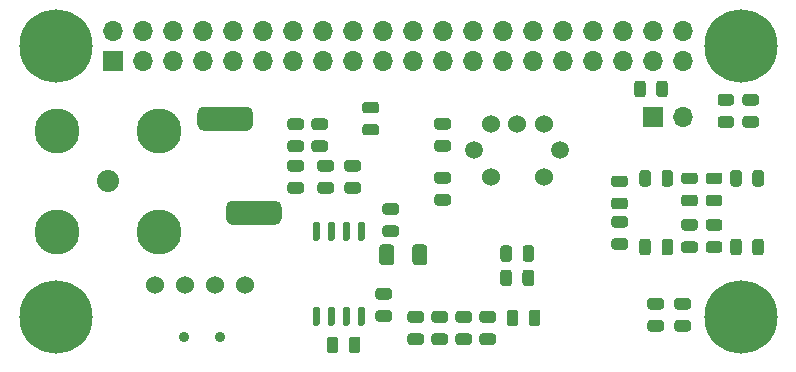
<source format=gts>
G04 #@! TF.GenerationSoftware,KiCad,Pcbnew,(5.1.9)-1*
G04 #@! TF.CreationDate,2021-03-17T22:20:43-04:00*
G04 #@! TF.ProjectId,pi_zero_video_modulator,70695f7a-6572-46f5-9f76-6964656f5f6d,rev?*
G04 #@! TF.SameCoordinates,Original*
G04 #@! TF.FileFunction,Soldermask,Top*
G04 #@! TF.FilePolarity,Negative*
%FSLAX46Y46*%
G04 Gerber Fmt 4.6, Leading zero omitted, Abs format (unit mm)*
G04 Created by KiCad (PCBNEW (5.1.9)-1) date 2021-03-17 22:20:43*
%MOMM*%
%LPD*%
G01*
G04 APERTURE LIST*
%ADD10C,3.810000*%
%ADD11C,1.875000*%
%ADD12C,1.500000*%
%ADD13C,1.524000*%
%ADD14C,0.900000*%
%ADD15O,1.700000X1.700000*%
%ADD16R,1.700000X1.700000*%
%ADD17C,6.200000*%
G04 APERTURE END LIST*
D10*
X16147000Y-43797000D03*
X24747000Y-43797000D03*
X16147000Y-35197000D03*
X24747000Y-35197000D03*
D11*
X20447000Y-39497000D03*
D12*
X58702000Y-36868000D03*
X51462000Y-36868000D03*
D13*
X57332000Y-34616000D03*
X55084000Y-34616000D03*
X52832000Y-34616000D03*
X57332000Y-39116000D03*
X52832000Y-39116000D03*
G36*
G01*
X43325730Y-50411800D02*
X44238230Y-50411800D01*
G75*
G02*
X44481980Y-50655550I0J-243750D01*
G01*
X44481980Y-51143050D01*
G75*
G02*
X44238230Y-51386800I-243750J0D01*
G01*
X43325730Y-51386800D01*
G75*
G02*
X43081980Y-51143050I0J243750D01*
G01*
X43081980Y-50655550D01*
G75*
G02*
X43325730Y-50411800I243750J0D01*
G01*
G37*
G36*
G01*
X43325730Y-48536800D02*
X44238230Y-48536800D01*
G75*
G02*
X44481980Y-48780550I0J-243750D01*
G01*
X44481980Y-49268050D01*
G75*
G02*
X44238230Y-49511800I-243750J0D01*
G01*
X43325730Y-49511800D01*
G75*
G02*
X43081980Y-49268050I0J243750D01*
G01*
X43081980Y-48780550D01*
G75*
G02*
X43325730Y-48536800I243750J0D01*
G01*
G37*
X32004000Y-48260000D03*
X29464000Y-48260000D03*
X26924000Y-48260000D03*
X24384000Y-48260000D03*
D14*
X26897200Y-52704800D03*
X29897200Y-52704800D03*
G36*
G01*
X48311750Y-40582000D02*
X49224250Y-40582000D01*
G75*
G02*
X49468000Y-40825750I0J-243750D01*
G01*
X49468000Y-41313250D01*
G75*
G02*
X49224250Y-41557000I-243750J0D01*
G01*
X48311750Y-41557000D01*
G75*
G02*
X48068000Y-41313250I0J243750D01*
G01*
X48068000Y-40825750D01*
G75*
G02*
X48311750Y-40582000I243750J0D01*
G01*
G37*
G36*
G01*
X48311750Y-38707000D02*
X49224250Y-38707000D01*
G75*
G02*
X49468000Y-38950750I0J-243750D01*
G01*
X49468000Y-39438250D01*
G75*
G02*
X49224250Y-39682000I-243750J0D01*
G01*
X48311750Y-39682000D01*
G75*
G02*
X48068000Y-39438250I0J243750D01*
G01*
X48068000Y-38950750D01*
G75*
G02*
X48311750Y-38707000I243750J0D01*
G01*
G37*
G36*
G01*
X49224250Y-35110000D02*
X48311750Y-35110000D01*
G75*
G02*
X48068000Y-34866250I0J243750D01*
G01*
X48068000Y-34378750D01*
G75*
G02*
X48311750Y-34135000I243750J0D01*
G01*
X49224250Y-34135000D01*
G75*
G02*
X49468000Y-34378750I0J-243750D01*
G01*
X49468000Y-34866250D01*
G75*
G02*
X49224250Y-35110000I-243750J0D01*
G01*
G37*
G36*
G01*
X49224250Y-36985000D02*
X48311750Y-36985000D01*
G75*
G02*
X48068000Y-36741250I0J243750D01*
G01*
X48068000Y-36253750D01*
G75*
G02*
X48311750Y-36010000I243750J0D01*
G01*
X49224250Y-36010000D01*
G75*
G02*
X49468000Y-36253750I0J-243750D01*
G01*
X49468000Y-36741250D01*
G75*
G02*
X49224250Y-36985000I-243750J0D01*
G01*
G37*
G36*
G01*
X43135870Y-33735860D02*
X42223370Y-33735860D01*
G75*
G02*
X41979620Y-33492110I0J243750D01*
G01*
X41979620Y-33004610D01*
G75*
G02*
X42223370Y-32760860I243750J0D01*
G01*
X43135870Y-32760860D01*
G75*
G02*
X43379620Y-33004610I0J-243750D01*
G01*
X43379620Y-33492110D01*
G75*
G02*
X43135870Y-33735860I-243750J0D01*
G01*
G37*
G36*
G01*
X43135870Y-35610860D02*
X42223370Y-35610860D01*
G75*
G02*
X41979620Y-35367110I0J243750D01*
G01*
X41979620Y-34879610D01*
G75*
G02*
X42223370Y-34635860I243750J0D01*
G01*
X43135870Y-34635860D01*
G75*
G02*
X43379620Y-34879610I0J-243750D01*
G01*
X43379620Y-35367110D01*
G75*
G02*
X43135870Y-35610860I-243750J0D01*
G01*
G37*
G36*
G01*
X41734600Y-50120200D02*
X42034600Y-50120200D01*
G75*
G02*
X42184600Y-50270200I0J-150000D01*
G01*
X42184600Y-51570200D01*
G75*
G02*
X42034600Y-51720200I-150000J0D01*
G01*
X41734600Y-51720200D01*
G75*
G02*
X41584600Y-51570200I0J150000D01*
G01*
X41584600Y-50270200D01*
G75*
G02*
X41734600Y-50120200I150000J0D01*
G01*
G37*
G36*
G01*
X40464600Y-50120200D02*
X40764600Y-50120200D01*
G75*
G02*
X40914600Y-50270200I0J-150000D01*
G01*
X40914600Y-51570200D01*
G75*
G02*
X40764600Y-51720200I-150000J0D01*
G01*
X40464600Y-51720200D01*
G75*
G02*
X40314600Y-51570200I0J150000D01*
G01*
X40314600Y-50270200D01*
G75*
G02*
X40464600Y-50120200I150000J0D01*
G01*
G37*
G36*
G01*
X39194600Y-50120200D02*
X39494600Y-50120200D01*
G75*
G02*
X39644600Y-50270200I0J-150000D01*
G01*
X39644600Y-51570200D01*
G75*
G02*
X39494600Y-51720200I-150000J0D01*
G01*
X39194600Y-51720200D01*
G75*
G02*
X39044600Y-51570200I0J150000D01*
G01*
X39044600Y-50270200D01*
G75*
G02*
X39194600Y-50120200I150000J0D01*
G01*
G37*
G36*
G01*
X37924600Y-50120200D02*
X38224600Y-50120200D01*
G75*
G02*
X38374600Y-50270200I0J-150000D01*
G01*
X38374600Y-51570200D01*
G75*
G02*
X38224600Y-51720200I-150000J0D01*
G01*
X37924600Y-51720200D01*
G75*
G02*
X37774600Y-51570200I0J150000D01*
G01*
X37774600Y-50270200D01*
G75*
G02*
X37924600Y-50120200I150000J0D01*
G01*
G37*
G36*
G01*
X37924600Y-42920200D02*
X38224600Y-42920200D01*
G75*
G02*
X38374600Y-43070200I0J-150000D01*
G01*
X38374600Y-44370200D01*
G75*
G02*
X38224600Y-44520200I-150000J0D01*
G01*
X37924600Y-44520200D01*
G75*
G02*
X37774600Y-44370200I0J150000D01*
G01*
X37774600Y-43070200D01*
G75*
G02*
X37924600Y-42920200I150000J0D01*
G01*
G37*
G36*
G01*
X39194600Y-42920200D02*
X39494600Y-42920200D01*
G75*
G02*
X39644600Y-43070200I0J-150000D01*
G01*
X39644600Y-44370200D01*
G75*
G02*
X39494600Y-44520200I-150000J0D01*
G01*
X39194600Y-44520200D01*
G75*
G02*
X39044600Y-44370200I0J150000D01*
G01*
X39044600Y-43070200D01*
G75*
G02*
X39194600Y-42920200I150000J0D01*
G01*
G37*
G36*
G01*
X40464600Y-42920200D02*
X40764600Y-42920200D01*
G75*
G02*
X40914600Y-43070200I0J-150000D01*
G01*
X40914600Y-44370200D01*
G75*
G02*
X40764600Y-44520200I-150000J0D01*
G01*
X40464600Y-44520200D01*
G75*
G02*
X40314600Y-44370200I0J150000D01*
G01*
X40314600Y-43070200D01*
G75*
G02*
X40464600Y-42920200I150000J0D01*
G01*
G37*
G36*
G01*
X41734600Y-42920200D02*
X42034600Y-42920200D01*
G75*
G02*
X42184600Y-43070200I0J-150000D01*
G01*
X42184600Y-44370200D01*
G75*
G02*
X42034600Y-44520200I-150000J0D01*
G01*
X41734600Y-44520200D01*
G75*
G02*
X41584600Y-44370200I0J150000D01*
G01*
X41584600Y-43070200D01*
G75*
G02*
X41734600Y-42920200I150000J0D01*
G01*
G37*
G36*
G01*
X69215950Y-38757800D02*
X70128450Y-38757800D01*
G75*
G02*
X70372200Y-39001550I0J-243750D01*
G01*
X70372200Y-39489050D01*
G75*
G02*
X70128450Y-39732800I-243750J0D01*
G01*
X69215950Y-39732800D01*
G75*
G02*
X68972200Y-39489050I0J243750D01*
G01*
X68972200Y-39001550D01*
G75*
G02*
X69215950Y-38757800I243750J0D01*
G01*
G37*
G36*
G01*
X69215950Y-40632800D02*
X70128450Y-40632800D01*
G75*
G02*
X70372200Y-40876550I0J-243750D01*
G01*
X70372200Y-41364050D01*
G75*
G02*
X70128450Y-41607800I-243750J0D01*
G01*
X69215950Y-41607800D01*
G75*
G02*
X68972200Y-41364050I0J243750D01*
G01*
X68972200Y-40876550D01*
G75*
G02*
X69215950Y-40632800I243750J0D01*
G01*
G37*
G36*
G01*
X73124000Y-39699250D02*
X73124000Y-38786750D01*
G75*
G02*
X73367750Y-38543000I243750J0D01*
G01*
X73855250Y-38543000D01*
G75*
G02*
X74099000Y-38786750I0J-243750D01*
G01*
X74099000Y-39699250D01*
G75*
G02*
X73855250Y-39943000I-243750J0D01*
G01*
X73367750Y-39943000D01*
G75*
G02*
X73124000Y-39699250I0J243750D01*
G01*
G37*
G36*
G01*
X74999000Y-39699250D02*
X74999000Y-38786750D01*
G75*
G02*
X75242750Y-38543000I243750J0D01*
G01*
X75730250Y-38543000D01*
G75*
G02*
X75974000Y-38786750I0J-243750D01*
G01*
X75974000Y-39699250D01*
G75*
G02*
X75730250Y-39943000I-243750J0D01*
G01*
X75242750Y-39943000D01*
G75*
G02*
X74999000Y-39699250I0J243750D01*
G01*
G37*
G36*
G01*
X71298750Y-38757800D02*
X72211250Y-38757800D01*
G75*
G02*
X72455000Y-39001550I0J-243750D01*
G01*
X72455000Y-39489050D01*
G75*
G02*
X72211250Y-39732800I-243750J0D01*
G01*
X71298750Y-39732800D01*
G75*
G02*
X71055000Y-39489050I0J243750D01*
G01*
X71055000Y-39001550D01*
G75*
G02*
X71298750Y-38757800I243750J0D01*
G01*
G37*
G36*
G01*
X71298750Y-40632800D02*
X72211250Y-40632800D01*
G75*
G02*
X72455000Y-40876550I0J-243750D01*
G01*
X72455000Y-41364050D01*
G75*
G02*
X72211250Y-41607800I-243750J0D01*
G01*
X71298750Y-41607800D01*
G75*
G02*
X71055000Y-41364050I0J243750D01*
G01*
X71055000Y-40876550D01*
G75*
G02*
X71298750Y-40632800I243750J0D01*
G01*
G37*
G36*
G01*
X65427800Y-39699250D02*
X65427800Y-38786750D01*
G75*
G02*
X65671550Y-38543000I243750J0D01*
G01*
X66159050Y-38543000D01*
G75*
G02*
X66402800Y-38786750I0J-243750D01*
G01*
X66402800Y-39699250D01*
G75*
G02*
X66159050Y-39943000I-243750J0D01*
G01*
X65671550Y-39943000D01*
G75*
G02*
X65427800Y-39699250I0J243750D01*
G01*
G37*
G36*
G01*
X67302800Y-39699250D02*
X67302800Y-38786750D01*
G75*
G02*
X67546550Y-38543000I243750J0D01*
G01*
X68034050Y-38543000D01*
G75*
G02*
X68277800Y-38786750I0J-243750D01*
G01*
X68277800Y-39699250D01*
G75*
G02*
X68034050Y-39943000I-243750J0D01*
G01*
X67546550Y-39943000D01*
G75*
G02*
X67302800Y-39699250I0J243750D01*
G01*
G37*
G36*
G01*
X72289350Y-33978000D02*
X73201850Y-33978000D01*
G75*
G02*
X73445600Y-34221750I0J-243750D01*
G01*
X73445600Y-34709250D01*
G75*
G02*
X73201850Y-34953000I-243750J0D01*
G01*
X72289350Y-34953000D01*
G75*
G02*
X72045600Y-34709250I0J243750D01*
G01*
X72045600Y-34221750D01*
G75*
G02*
X72289350Y-33978000I243750J0D01*
G01*
G37*
G36*
G01*
X72289350Y-32103000D02*
X73201850Y-32103000D01*
G75*
G02*
X73445600Y-32346750I0J-243750D01*
G01*
X73445600Y-32834250D01*
G75*
G02*
X73201850Y-33078000I-243750J0D01*
G01*
X72289350Y-33078000D01*
G75*
G02*
X72045600Y-32834250I0J243750D01*
G01*
X72045600Y-32346750D01*
G75*
G02*
X72289350Y-32103000I243750J0D01*
G01*
G37*
G36*
G01*
X36778250Y-35135400D02*
X35865750Y-35135400D01*
G75*
G02*
X35622000Y-34891650I0J243750D01*
G01*
X35622000Y-34404150D01*
G75*
G02*
X35865750Y-34160400I243750J0D01*
G01*
X36778250Y-34160400D01*
G75*
G02*
X37022000Y-34404150I0J-243750D01*
G01*
X37022000Y-34891650D01*
G75*
G02*
X36778250Y-35135400I-243750J0D01*
G01*
G37*
G36*
G01*
X36778250Y-37010400D02*
X35865750Y-37010400D01*
G75*
G02*
X35622000Y-36766650I0J243750D01*
G01*
X35622000Y-36279150D01*
G75*
G02*
X35865750Y-36035400I243750J0D01*
G01*
X36778250Y-36035400D01*
G75*
G02*
X37022000Y-36279150I0J-243750D01*
G01*
X37022000Y-36766650D01*
G75*
G02*
X36778250Y-37010400I-243750J0D01*
G01*
G37*
G36*
G01*
X64210250Y-39986800D02*
X63297750Y-39986800D01*
G75*
G02*
X63054000Y-39743050I0J243750D01*
G01*
X63054000Y-39255550D01*
G75*
G02*
X63297750Y-39011800I243750J0D01*
G01*
X64210250Y-39011800D01*
G75*
G02*
X64454000Y-39255550I0J-243750D01*
G01*
X64454000Y-39743050D01*
G75*
G02*
X64210250Y-39986800I-243750J0D01*
G01*
G37*
G36*
G01*
X64210250Y-41861800D02*
X63297750Y-41861800D01*
G75*
G02*
X63054000Y-41618050I0J243750D01*
G01*
X63054000Y-41130550D01*
G75*
G02*
X63297750Y-40886800I243750J0D01*
G01*
X64210250Y-40886800D01*
G75*
G02*
X64454000Y-41130550I0J-243750D01*
G01*
X64454000Y-41618050D01*
G75*
G02*
X64210250Y-41861800I-243750J0D01*
G01*
G37*
G36*
G01*
X70128450Y-43669800D02*
X69215950Y-43669800D01*
G75*
G02*
X68972200Y-43426050I0J243750D01*
G01*
X68972200Y-42938550D01*
G75*
G02*
X69215950Y-42694800I243750J0D01*
G01*
X70128450Y-42694800D01*
G75*
G02*
X70372200Y-42938550I0J-243750D01*
G01*
X70372200Y-43426050D01*
G75*
G02*
X70128450Y-43669800I-243750J0D01*
G01*
G37*
G36*
G01*
X70128450Y-45544800D02*
X69215950Y-45544800D01*
G75*
G02*
X68972200Y-45301050I0J243750D01*
G01*
X68972200Y-44813550D01*
G75*
G02*
X69215950Y-44569800I243750J0D01*
G01*
X70128450Y-44569800D01*
G75*
G02*
X70372200Y-44813550I0J-243750D01*
G01*
X70372200Y-45301050D01*
G75*
G02*
X70128450Y-45544800I-243750J0D01*
G01*
G37*
G36*
G01*
X63297750Y-44315800D02*
X64210250Y-44315800D01*
G75*
G02*
X64454000Y-44559550I0J-243750D01*
G01*
X64454000Y-45047050D01*
G75*
G02*
X64210250Y-45290800I-243750J0D01*
G01*
X63297750Y-45290800D01*
G75*
G02*
X63054000Y-45047050I0J243750D01*
G01*
X63054000Y-44559550D01*
G75*
G02*
X63297750Y-44315800I243750J0D01*
G01*
G37*
G36*
G01*
X63297750Y-42440800D02*
X64210250Y-42440800D01*
G75*
G02*
X64454000Y-42684550I0J-243750D01*
G01*
X64454000Y-43172050D01*
G75*
G02*
X64210250Y-43415800I-243750J0D01*
G01*
X63297750Y-43415800D01*
G75*
G02*
X63054000Y-43172050I0J243750D01*
G01*
X63054000Y-42684550D01*
G75*
G02*
X63297750Y-42440800I243750J0D01*
G01*
G37*
G36*
G01*
X74999000Y-45515850D02*
X74999000Y-44603350D01*
G75*
G02*
X75242750Y-44359600I243750J0D01*
G01*
X75730250Y-44359600D01*
G75*
G02*
X75974000Y-44603350I0J-243750D01*
G01*
X75974000Y-45515850D01*
G75*
G02*
X75730250Y-45759600I-243750J0D01*
G01*
X75242750Y-45759600D01*
G75*
G02*
X74999000Y-45515850I0J243750D01*
G01*
G37*
G36*
G01*
X73124000Y-45515850D02*
X73124000Y-44603350D01*
G75*
G02*
X73367750Y-44359600I243750J0D01*
G01*
X73855250Y-44359600D01*
G75*
G02*
X74099000Y-44603350I0J-243750D01*
G01*
X74099000Y-45515850D01*
G75*
G02*
X73855250Y-45759600I-243750J0D01*
G01*
X73367750Y-45759600D01*
G75*
G02*
X73124000Y-45515850I0J243750D01*
G01*
G37*
G36*
G01*
X68631750Y-51250000D02*
X69544250Y-51250000D01*
G75*
G02*
X69788000Y-51493750I0J-243750D01*
G01*
X69788000Y-51981250D01*
G75*
G02*
X69544250Y-52225000I-243750J0D01*
G01*
X68631750Y-52225000D01*
G75*
G02*
X68388000Y-51981250I0J243750D01*
G01*
X68388000Y-51493750D01*
G75*
G02*
X68631750Y-51250000I243750J0D01*
G01*
G37*
G36*
G01*
X68631750Y-49375000D02*
X69544250Y-49375000D01*
G75*
G02*
X69788000Y-49618750I0J-243750D01*
G01*
X69788000Y-50106250D01*
G75*
G02*
X69544250Y-50350000I-243750J0D01*
G01*
X68631750Y-50350000D01*
G75*
G02*
X68388000Y-50106250I0J243750D01*
G01*
X68388000Y-49618750D01*
G75*
G02*
X68631750Y-49375000I243750J0D01*
G01*
G37*
G36*
G01*
X66345750Y-51250000D02*
X67258250Y-51250000D01*
G75*
G02*
X67502000Y-51493750I0J-243750D01*
G01*
X67502000Y-51981250D01*
G75*
G02*
X67258250Y-52225000I-243750J0D01*
G01*
X66345750Y-52225000D01*
G75*
G02*
X66102000Y-51981250I0J243750D01*
G01*
X66102000Y-51493750D01*
G75*
G02*
X66345750Y-51250000I243750J0D01*
G01*
G37*
G36*
G01*
X66345750Y-49375000D02*
X67258250Y-49375000D01*
G75*
G02*
X67502000Y-49618750I0J-243750D01*
G01*
X67502000Y-50106250D01*
G75*
G02*
X67258250Y-50350000I-243750J0D01*
G01*
X66345750Y-50350000D01*
G75*
G02*
X66102000Y-50106250I0J243750D01*
G01*
X66102000Y-49618750D01*
G75*
G02*
X66345750Y-49375000I243750J0D01*
G01*
G37*
G36*
G01*
X54634980Y-45159610D02*
X54634980Y-46072110D01*
G75*
G02*
X54391230Y-46315860I-243750J0D01*
G01*
X53903730Y-46315860D01*
G75*
G02*
X53659980Y-46072110I0J243750D01*
G01*
X53659980Y-45159610D01*
G75*
G02*
X53903730Y-44915860I243750J0D01*
G01*
X54391230Y-44915860D01*
G75*
G02*
X54634980Y-45159610I0J-243750D01*
G01*
G37*
G36*
G01*
X56509980Y-45159610D02*
X56509980Y-46072110D01*
G75*
G02*
X56266230Y-46315860I-243750J0D01*
G01*
X55778730Y-46315860D01*
G75*
G02*
X55534980Y-46072110I0J243750D01*
G01*
X55534980Y-45159610D01*
G75*
G02*
X55778730Y-44915860I243750J0D01*
G01*
X56266230Y-44915860D01*
G75*
G02*
X56509980Y-45159610I0J-243750D01*
G01*
G37*
G36*
G01*
X66871000Y-32130050D02*
X66871000Y-31217550D01*
G75*
G02*
X67114750Y-30973800I243750J0D01*
G01*
X67602250Y-30973800D01*
G75*
G02*
X67846000Y-31217550I0J-243750D01*
G01*
X67846000Y-32130050D01*
G75*
G02*
X67602250Y-32373800I-243750J0D01*
G01*
X67114750Y-32373800D01*
G75*
G02*
X66871000Y-32130050I0J243750D01*
G01*
G37*
G36*
G01*
X64996000Y-32130050D02*
X64996000Y-31217550D01*
G75*
G02*
X65239750Y-30973800I243750J0D01*
G01*
X65727250Y-30973800D01*
G75*
G02*
X65971000Y-31217550I0J-243750D01*
G01*
X65971000Y-32130050D01*
G75*
G02*
X65727250Y-32373800I-243750J0D01*
G01*
X65239750Y-32373800D01*
G75*
G02*
X64996000Y-32130050I0J243750D01*
G01*
G37*
G36*
G01*
X74397550Y-33978000D02*
X75310050Y-33978000D01*
G75*
G02*
X75553800Y-34221750I0J-243750D01*
G01*
X75553800Y-34709250D01*
G75*
G02*
X75310050Y-34953000I-243750J0D01*
G01*
X74397550Y-34953000D01*
G75*
G02*
X74153800Y-34709250I0J243750D01*
G01*
X74153800Y-34221750D01*
G75*
G02*
X74397550Y-33978000I243750J0D01*
G01*
G37*
G36*
G01*
X74397550Y-32103000D02*
X75310050Y-32103000D01*
G75*
G02*
X75553800Y-32346750I0J-243750D01*
G01*
X75553800Y-32834250D01*
G75*
G02*
X75310050Y-33078000I-243750J0D01*
G01*
X74397550Y-33078000D01*
G75*
G02*
X74153800Y-32834250I0J243750D01*
G01*
X74153800Y-32346750D01*
G75*
G02*
X74397550Y-32103000I243750J0D01*
G01*
G37*
G36*
G01*
X38405750Y-39566000D02*
X39318250Y-39566000D01*
G75*
G02*
X39562000Y-39809750I0J-243750D01*
G01*
X39562000Y-40297250D01*
G75*
G02*
X39318250Y-40541000I-243750J0D01*
G01*
X38405750Y-40541000D01*
G75*
G02*
X38162000Y-40297250I0J243750D01*
G01*
X38162000Y-39809750D01*
G75*
G02*
X38405750Y-39566000I243750J0D01*
G01*
G37*
G36*
G01*
X38405750Y-37691000D02*
X39318250Y-37691000D01*
G75*
G02*
X39562000Y-37934750I0J-243750D01*
G01*
X39562000Y-38422250D01*
G75*
G02*
X39318250Y-38666000I-243750J0D01*
G01*
X38405750Y-38666000D01*
G75*
G02*
X38162000Y-38422250I0J243750D01*
G01*
X38162000Y-37934750D01*
G75*
G02*
X38405750Y-37691000I243750J0D01*
G01*
G37*
G36*
G01*
X41604250Y-38666000D02*
X40691750Y-38666000D01*
G75*
G02*
X40448000Y-38422250I0J243750D01*
G01*
X40448000Y-37934750D01*
G75*
G02*
X40691750Y-37691000I243750J0D01*
G01*
X41604250Y-37691000D01*
G75*
G02*
X41848000Y-37934750I0J-243750D01*
G01*
X41848000Y-38422250D01*
G75*
G02*
X41604250Y-38666000I-243750J0D01*
G01*
G37*
G36*
G01*
X41604250Y-40541000D02*
X40691750Y-40541000D01*
G75*
G02*
X40448000Y-40297250I0J243750D01*
G01*
X40448000Y-39809750D01*
G75*
G02*
X40691750Y-39566000I243750J0D01*
G01*
X41604250Y-39566000D01*
G75*
G02*
X41848000Y-39809750I0J-243750D01*
G01*
X41848000Y-40297250D01*
G75*
G02*
X41604250Y-40541000I-243750J0D01*
G01*
G37*
G36*
G01*
X30942200Y-41136200D02*
X34622200Y-41136200D01*
G75*
G02*
X35132200Y-41646200I0J-510000D01*
G01*
X35132200Y-42666200D01*
G75*
G02*
X34622200Y-43176200I-510000J0D01*
G01*
X30942200Y-43176200D01*
G75*
G02*
X30432200Y-42666200I0J510000D01*
G01*
X30432200Y-41646200D01*
G75*
G02*
X30942200Y-41136200I510000J0D01*
G01*
G37*
G36*
G01*
X28522200Y-33176200D02*
X32202200Y-33176200D01*
G75*
G02*
X32712200Y-33686200I0J-510000D01*
G01*
X32712200Y-34706200D01*
G75*
G02*
X32202200Y-35216200I-510000J0D01*
G01*
X28522200Y-35216200D01*
G75*
G02*
X28012200Y-34706200I0J510000D01*
G01*
X28012200Y-33686200D01*
G75*
G02*
X28522200Y-33176200I510000J0D01*
G01*
G37*
D15*
X69128640Y-34068420D03*
D16*
X66588640Y-34068420D03*
G36*
G01*
X72211250Y-43669800D02*
X71298750Y-43669800D01*
G75*
G02*
X71055000Y-43426050I0J243750D01*
G01*
X71055000Y-42938550D01*
G75*
G02*
X71298750Y-42694800I243750J0D01*
G01*
X72211250Y-42694800D01*
G75*
G02*
X72455000Y-42938550I0J-243750D01*
G01*
X72455000Y-43426050D01*
G75*
G02*
X72211250Y-43669800I-243750J0D01*
G01*
G37*
G36*
G01*
X72211250Y-45544800D02*
X71298750Y-45544800D01*
G75*
G02*
X71055000Y-45301050I0J243750D01*
G01*
X71055000Y-44813550D01*
G75*
G02*
X71298750Y-44569800I243750J0D01*
G01*
X72211250Y-44569800D01*
G75*
G02*
X72455000Y-44813550I0J-243750D01*
G01*
X72455000Y-45301050D01*
G75*
G02*
X72211250Y-45544800I-243750J0D01*
G01*
G37*
G36*
G01*
X67302800Y-45515850D02*
X67302800Y-44603350D01*
G75*
G02*
X67546550Y-44359600I243750J0D01*
G01*
X68034050Y-44359600D01*
G75*
G02*
X68277800Y-44603350I0J-243750D01*
G01*
X68277800Y-45515850D01*
G75*
G02*
X68034050Y-45759600I-243750J0D01*
G01*
X67546550Y-45759600D01*
G75*
G02*
X67302800Y-45515850I0J243750D01*
G01*
G37*
G36*
G01*
X65427800Y-45515850D02*
X65427800Y-44603350D01*
G75*
G02*
X65671550Y-44359600I243750J0D01*
G01*
X66159050Y-44359600D01*
G75*
G02*
X66402800Y-44603350I0J-243750D01*
G01*
X66402800Y-45515850D01*
G75*
G02*
X66159050Y-45759600I-243750J0D01*
G01*
X65671550Y-45759600D01*
G75*
G02*
X65427800Y-45515850I0J243750D01*
G01*
G37*
G36*
G01*
X54632440Y-47219550D02*
X54632440Y-48132050D01*
G75*
G02*
X54388690Y-48375800I-243750J0D01*
G01*
X53901190Y-48375800D01*
G75*
G02*
X53657440Y-48132050I0J243750D01*
G01*
X53657440Y-47219550D01*
G75*
G02*
X53901190Y-46975800I243750J0D01*
G01*
X54388690Y-46975800D01*
G75*
G02*
X54632440Y-47219550I0J-243750D01*
G01*
G37*
G36*
G01*
X56507440Y-47219550D02*
X56507440Y-48132050D01*
G75*
G02*
X56263690Y-48375800I-243750J0D01*
G01*
X55776190Y-48375800D01*
G75*
G02*
X55532440Y-48132050I0J243750D01*
G01*
X55532440Y-47219550D01*
G75*
G02*
X55776190Y-46975800I243750J0D01*
G01*
X56263690Y-46975800D01*
G75*
G02*
X56507440Y-47219550I0J-243750D01*
G01*
G37*
G36*
G01*
X55176000Y-50597750D02*
X55176000Y-51510250D01*
G75*
G02*
X54932250Y-51754000I-243750J0D01*
G01*
X54444750Y-51754000D01*
G75*
G02*
X54201000Y-51510250I0J243750D01*
G01*
X54201000Y-50597750D01*
G75*
G02*
X54444750Y-50354000I243750J0D01*
G01*
X54932250Y-50354000D01*
G75*
G02*
X55176000Y-50597750I0J-243750D01*
G01*
G37*
G36*
G01*
X57051000Y-50597750D02*
X57051000Y-51510250D01*
G75*
G02*
X56807250Y-51754000I-243750J0D01*
G01*
X56319750Y-51754000D01*
G75*
G02*
X56076000Y-51510250I0J243750D01*
G01*
X56076000Y-50597750D01*
G75*
G02*
X56319750Y-50354000I243750J0D01*
G01*
X56807250Y-50354000D01*
G75*
G02*
X57051000Y-50597750I0J-243750D01*
G01*
G37*
G36*
G01*
X43415600Y-46345000D02*
X43415600Y-45095000D01*
G75*
G02*
X43665600Y-44845000I250000J0D01*
G01*
X44415600Y-44845000D01*
G75*
G02*
X44665600Y-45095000I0J-250000D01*
G01*
X44665600Y-46345000D01*
G75*
G02*
X44415600Y-46595000I-250000J0D01*
G01*
X43665600Y-46595000D01*
G75*
G02*
X43415600Y-46345000I0J250000D01*
G01*
G37*
G36*
G01*
X46215600Y-46345000D02*
X46215600Y-45095000D01*
G75*
G02*
X46465600Y-44845000I250000J0D01*
G01*
X47215600Y-44845000D01*
G75*
G02*
X47465600Y-45095000I0J-250000D01*
G01*
X47465600Y-46345000D01*
G75*
G02*
X47215600Y-46595000I-250000J0D01*
G01*
X46465600Y-46595000D01*
G75*
G02*
X46215600Y-46345000I0J250000D01*
G01*
G37*
G36*
G01*
X52121750Y-52367600D02*
X53034250Y-52367600D01*
G75*
G02*
X53278000Y-52611350I0J-243750D01*
G01*
X53278000Y-53098850D01*
G75*
G02*
X53034250Y-53342600I-243750J0D01*
G01*
X52121750Y-53342600D01*
G75*
G02*
X51878000Y-53098850I0J243750D01*
G01*
X51878000Y-52611350D01*
G75*
G02*
X52121750Y-52367600I243750J0D01*
G01*
G37*
G36*
G01*
X52121750Y-50492600D02*
X53034250Y-50492600D01*
G75*
G02*
X53278000Y-50736350I0J-243750D01*
G01*
X53278000Y-51223850D01*
G75*
G02*
X53034250Y-51467600I-243750J0D01*
G01*
X52121750Y-51467600D01*
G75*
G02*
X51878000Y-51223850I0J243750D01*
G01*
X51878000Y-50736350D01*
G75*
G02*
X52121750Y-50492600I243750J0D01*
G01*
G37*
G36*
G01*
X50089750Y-52367600D02*
X51002250Y-52367600D01*
G75*
G02*
X51246000Y-52611350I0J-243750D01*
G01*
X51246000Y-53098850D01*
G75*
G02*
X51002250Y-53342600I-243750J0D01*
G01*
X50089750Y-53342600D01*
G75*
G02*
X49846000Y-53098850I0J243750D01*
G01*
X49846000Y-52611350D01*
G75*
G02*
X50089750Y-52367600I243750J0D01*
G01*
G37*
G36*
G01*
X50089750Y-50492600D02*
X51002250Y-50492600D01*
G75*
G02*
X51246000Y-50736350I0J-243750D01*
G01*
X51246000Y-51223850D01*
G75*
G02*
X51002250Y-51467600I-243750J0D01*
G01*
X50089750Y-51467600D01*
G75*
G02*
X49846000Y-51223850I0J243750D01*
G01*
X49846000Y-50736350D01*
G75*
G02*
X50089750Y-50492600I243750J0D01*
G01*
G37*
G36*
G01*
X48057750Y-52367600D02*
X48970250Y-52367600D01*
G75*
G02*
X49214000Y-52611350I0J-243750D01*
G01*
X49214000Y-53098850D01*
G75*
G02*
X48970250Y-53342600I-243750J0D01*
G01*
X48057750Y-53342600D01*
G75*
G02*
X47814000Y-53098850I0J243750D01*
G01*
X47814000Y-52611350D01*
G75*
G02*
X48057750Y-52367600I243750J0D01*
G01*
G37*
G36*
G01*
X48057750Y-50492600D02*
X48970250Y-50492600D01*
G75*
G02*
X49214000Y-50736350I0J-243750D01*
G01*
X49214000Y-51223850D01*
G75*
G02*
X48970250Y-51467600I-243750J0D01*
G01*
X48057750Y-51467600D01*
G75*
G02*
X47814000Y-51223850I0J243750D01*
G01*
X47814000Y-50736350D01*
G75*
G02*
X48057750Y-50492600I243750J0D01*
G01*
G37*
G36*
G01*
X46025750Y-52367600D02*
X46938250Y-52367600D01*
G75*
G02*
X47182000Y-52611350I0J-243750D01*
G01*
X47182000Y-53098850D01*
G75*
G02*
X46938250Y-53342600I-243750J0D01*
G01*
X46025750Y-53342600D01*
G75*
G02*
X45782000Y-53098850I0J243750D01*
G01*
X45782000Y-52611350D01*
G75*
G02*
X46025750Y-52367600I243750J0D01*
G01*
G37*
G36*
G01*
X46025750Y-50492600D02*
X46938250Y-50492600D01*
G75*
G02*
X47182000Y-50736350I0J-243750D01*
G01*
X47182000Y-51223850D01*
G75*
G02*
X46938250Y-51467600I-243750J0D01*
G01*
X46025750Y-51467600D01*
G75*
G02*
X45782000Y-51223850I0J243750D01*
G01*
X45782000Y-50736350D01*
G75*
G02*
X46025750Y-50492600I243750J0D01*
G01*
G37*
G36*
G01*
X40836000Y-53796250D02*
X40836000Y-52883750D01*
G75*
G02*
X41079750Y-52640000I243750J0D01*
G01*
X41567250Y-52640000D01*
G75*
G02*
X41811000Y-52883750I0J-243750D01*
G01*
X41811000Y-53796250D01*
G75*
G02*
X41567250Y-54040000I-243750J0D01*
G01*
X41079750Y-54040000D01*
G75*
G02*
X40836000Y-53796250I0J243750D01*
G01*
G37*
G36*
G01*
X38961000Y-53796250D02*
X38961000Y-52883750D01*
G75*
G02*
X39204750Y-52640000I243750J0D01*
G01*
X39692250Y-52640000D01*
G75*
G02*
X39936000Y-52883750I0J-243750D01*
G01*
X39936000Y-53796250D01*
G75*
G02*
X39692250Y-54040000I-243750J0D01*
G01*
X39204750Y-54040000D01*
G75*
G02*
X38961000Y-53796250I0J243750D01*
G01*
G37*
G36*
G01*
X35865750Y-39566000D02*
X36778250Y-39566000D01*
G75*
G02*
X37022000Y-39809750I0J-243750D01*
G01*
X37022000Y-40297250D01*
G75*
G02*
X36778250Y-40541000I-243750J0D01*
G01*
X35865750Y-40541000D01*
G75*
G02*
X35622000Y-40297250I0J243750D01*
G01*
X35622000Y-39809750D01*
G75*
G02*
X35865750Y-39566000I243750J0D01*
G01*
G37*
G36*
G01*
X35865750Y-37691000D02*
X36778250Y-37691000D01*
G75*
G02*
X37022000Y-37934750I0J-243750D01*
G01*
X37022000Y-38422250D01*
G75*
G02*
X36778250Y-38666000I-243750J0D01*
G01*
X35865750Y-38666000D01*
G75*
G02*
X35622000Y-38422250I0J243750D01*
G01*
X35622000Y-37934750D01*
G75*
G02*
X35865750Y-37691000I243750J0D01*
G01*
G37*
G36*
G01*
X37897750Y-36035400D02*
X38810250Y-36035400D01*
G75*
G02*
X39054000Y-36279150I0J-243750D01*
G01*
X39054000Y-36766650D01*
G75*
G02*
X38810250Y-37010400I-243750J0D01*
G01*
X37897750Y-37010400D01*
G75*
G02*
X37654000Y-36766650I0J243750D01*
G01*
X37654000Y-36279150D01*
G75*
G02*
X37897750Y-36035400I243750J0D01*
G01*
G37*
G36*
G01*
X37897750Y-34160400D02*
X38810250Y-34160400D01*
G75*
G02*
X39054000Y-34404150I0J-243750D01*
G01*
X39054000Y-34891650D01*
G75*
G02*
X38810250Y-35135400I-243750J0D01*
G01*
X37897750Y-35135400D01*
G75*
G02*
X37654000Y-34891650I0J243750D01*
G01*
X37654000Y-34404150D01*
G75*
G02*
X37897750Y-34160400I243750J0D01*
G01*
G37*
G36*
G01*
X44830050Y-42323600D02*
X43917550Y-42323600D01*
G75*
G02*
X43673800Y-42079850I0J243750D01*
G01*
X43673800Y-41592350D01*
G75*
G02*
X43917550Y-41348600I243750J0D01*
G01*
X44830050Y-41348600D01*
G75*
G02*
X45073800Y-41592350I0J-243750D01*
G01*
X45073800Y-42079850D01*
G75*
G02*
X44830050Y-42323600I-243750J0D01*
G01*
G37*
G36*
G01*
X44830050Y-44198600D02*
X43917550Y-44198600D01*
G75*
G02*
X43673800Y-43954850I0J243750D01*
G01*
X43673800Y-43467350D01*
G75*
G02*
X43917550Y-43223600I243750J0D01*
G01*
X44830050Y-43223600D01*
G75*
G02*
X45073800Y-43467350I0J-243750D01*
G01*
X45073800Y-43954850D01*
G75*
G02*
X44830050Y-44198600I-243750J0D01*
G01*
G37*
D15*
X69130000Y-26730000D03*
X69130000Y-29270000D03*
X66590000Y-26730000D03*
X66590000Y-29270000D03*
X64050000Y-26730000D03*
X64050000Y-29270000D03*
X61510000Y-26730000D03*
X61510000Y-29270000D03*
X58970000Y-26730000D03*
X58970000Y-29270000D03*
X56430000Y-26730000D03*
X56430000Y-29270000D03*
X53890000Y-26730000D03*
X53890000Y-29270000D03*
X51350000Y-26730000D03*
X51350000Y-29270000D03*
X48810000Y-26730000D03*
X48810000Y-29270000D03*
X46270000Y-26730000D03*
X46270000Y-29270000D03*
X43730000Y-26730000D03*
X43730000Y-29270000D03*
X41190000Y-26730000D03*
X41190000Y-29270000D03*
X38650000Y-26730000D03*
X38650000Y-29270000D03*
X36110000Y-26730000D03*
X36110000Y-29270000D03*
X33570000Y-26730000D03*
X33570000Y-29270000D03*
X31030000Y-26730000D03*
X31030000Y-29270000D03*
X28490000Y-26730000D03*
X28490000Y-29270000D03*
X25950000Y-26730000D03*
X25950000Y-29270000D03*
X23410000Y-26730000D03*
X23410000Y-29270000D03*
X20870000Y-26730000D03*
D16*
X20870000Y-29270000D03*
D17*
X16000000Y-51000000D03*
X74000000Y-28000000D03*
X74000000Y-51000000D03*
X16000000Y-28000000D03*
M02*

</source>
